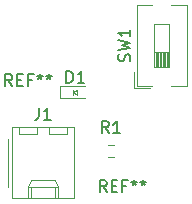
<source format=gbr>
%TF.GenerationSoftware,KiCad,Pcbnew,7.0.7*%
%TF.CreationDate,2023-09-06T19:43:05-05:00*%
%TF.ProjectId,HW1,4857312e-6b69-4636-9164-5f7063625858,1.0*%
%TF.SameCoordinates,Original*%
%TF.FileFunction,Legend,Top*%
%TF.FilePolarity,Positive*%
%FSLAX46Y46*%
G04 Gerber Fmt 4.6, Leading zero omitted, Abs format (unit mm)*
G04 Created by KiCad (PCBNEW 7.0.7) date 2023-09-06 19:43:05*
%MOMM*%
%LPD*%
G01*
G04 APERTURE LIST*
%ADD10C,0.150000*%
%ADD11C,0.120000*%
%ADD12C,0.100000*%
G04 APERTURE END LIST*
D10*
X131666666Y-99454819D02*
X131333333Y-98978628D01*
X131095238Y-99454819D02*
X131095238Y-98454819D01*
X131095238Y-98454819D02*
X131476190Y-98454819D01*
X131476190Y-98454819D02*
X131571428Y-98502438D01*
X131571428Y-98502438D02*
X131619047Y-98550057D01*
X131619047Y-98550057D02*
X131666666Y-98645295D01*
X131666666Y-98645295D02*
X131666666Y-98788152D01*
X131666666Y-98788152D02*
X131619047Y-98883390D01*
X131619047Y-98883390D02*
X131571428Y-98931009D01*
X131571428Y-98931009D02*
X131476190Y-98978628D01*
X131476190Y-98978628D02*
X131095238Y-98978628D01*
X132095238Y-98931009D02*
X132428571Y-98931009D01*
X132571428Y-99454819D02*
X132095238Y-99454819D01*
X132095238Y-99454819D02*
X132095238Y-98454819D01*
X132095238Y-98454819D02*
X132571428Y-98454819D01*
X133333333Y-98931009D02*
X133000000Y-98931009D01*
X133000000Y-99454819D02*
X133000000Y-98454819D01*
X133000000Y-98454819D02*
X133476190Y-98454819D01*
X134000000Y-98454819D02*
X134000000Y-98692914D01*
X133761905Y-98597676D02*
X134000000Y-98692914D01*
X134000000Y-98692914D02*
X134238095Y-98597676D01*
X133857143Y-98883390D02*
X134000000Y-98692914D01*
X134000000Y-98692914D02*
X134142857Y-98883390D01*
X134761905Y-98454819D02*
X134761905Y-98692914D01*
X134523810Y-98597676D02*
X134761905Y-98692914D01*
X134761905Y-98692914D02*
X135000000Y-98597676D01*
X134619048Y-98883390D02*
X134761905Y-98692914D01*
X134761905Y-98692914D02*
X134904762Y-98883390D01*
X139666666Y-108454819D02*
X139333333Y-107978628D01*
X139095238Y-108454819D02*
X139095238Y-107454819D01*
X139095238Y-107454819D02*
X139476190Y-107454819D01*
X139476190Y-107454819D02*
X139571428Y-107502438D01*
X139571428Y-107502438D02*
X139619047Y-107550057D01*
X139619047Y-107550057D02*
X139666666Y-107645295D01*
X139666666Y-107645295D02*
X139666666Y-107788152D01*
X139666666Y-107788152D02*
X139619047Y-107883390D01*
X139619047Y-107883390D02*
X139571428Y-107931009D01*
X139571428Y-107931009D02*
X139476190Y-107978628D01*
X139476190Y-107978628D02*
X139095238Y-107978628D01*
X140095238Y-107931009D02*
X140428571Y-107931009D01*
X140571428Y-108454819D02*
X140095238Y-108454819D01*
X140095238Y-108454819D02*
X140095238Y-107454819D01*
X140095238Y-107454819D02*
X140571428Y-107454819D01*
X141333333Y-107931009D02*
X141000000Y-107931009D01*
X141000000Y-108454819D02*
X141000000Y-107454819D01*
X141000000Y-107454819D02*
X141476190Y-107454819D01*
X142000000Y-107454819D02*
X142000000Y-107692914D01*
X141761905Y-107597676D02*
X142000000Y-107692914D01*
X142000000Y-107692914D02*
X142238095Y-107597676D01*
X141857143Y-107883390D02*
X142000000Y-107692914D01*
X142000000Y-107692914D02*
X142142857Y-107883390D01*
X142761905Y-107454819D02*
X142761905Y-107692914D01*
X142523810Y-107597676D02*
X142761905Y-107692914D01*
X142761905Y-107692914D02*
X143000000Y-107597676D01*
X142619048Y-107883390D02*
X142761905Y-107692914D01*
X142761905Y-107692914D02*
X142904762Y-107883390D01*
X141617200Y-97363332D02*
X141664819Y-97220475D01*
X141664819Y-97220475D02*
X141664819Y-96982380D01*
X141664819Y-96982380D02*
X141617200Y-96887142D01*
X141617200Y-96887142D02*
X141569580Y-96839523D01*
X141569580Y-96839523D02*
X141474342Y-96791904D01*
X141474342Y-96791904D02*
X141379104Y-96791904D01*
X141379104Y-96791904D02*
X141283866Y-96839523D01*
X141283866Y-96839523D02*
X141236247Y-96887142D01*
X141236247Y-96887142D02*
X141188628Y-96982380D01*
X141188628Y-96982380D02*
X141141009Y-97172856D01*
X141141009Y-97172856D02*
X141093390Y-97268094D01*
X141093390Y-97268094D02*
X141045771Y-97315713D01*
X141045771Y-97315713D02*
X140950533Y-97363332D01*
X140950533Y-97363332D02*
X140855295Y-97363332D01*
X140855295Y-97363332D02*
X140760057Y-97315713D01*
X140760057Y-97315713D02*
X140712438Y-97268094D01*
X140712438Y-97268094D02*
X140664819Y-97172856D01*
X140664819Y-97172856D02*
X140664819Y-96934761D01*
X140664819Y-96934761D02*
X140712438Y-96791904D01*
X140664819Y-96458570D02*
X141664819Y-96220475D01*
X141664819Y-96220475D02*
X140950533Y-96029999D01*
X140950533Y-96029999D02*
X141664819Y-95839523D01*
X141664819Y-95839523D02*
X140664819Y-95601428D01*
X141664819Y-94696666D02*
X141664819Y-95268094D01*
X141664819Y-94982380D02*
X140664819Y-94982380D01*
X140664819Y-94982380D02*
X140807676Y-95077618D01*
X140807676Y-95077618D02*
X140902914Y-95172856D01*
X140902914Y-95172856D02*
X140950533Y-95268094D01*
X139833333Y-103454819D02*
X139500000Y-102978628D01*
X139261905Y-103454819D02*
X139261905Y-102454819D01*
X139261905Y-102454819D02*
X139642857Y-102454819D01*
X139642857Y-102454819D02*
X139738095Y-102502438D01*
X139738095Y-102502438D02*
X139785714Y-102550057D01*
X139785714Y-102550057D02*
X139833333Y-102645295D01*
X139833333Y-102645295D02*
X139833333Y-102788152D01*
X139833333Y-102788152D02*
X139785714Y-102883390D01*
X139785714Y-102883390D02*
X139738095Y-102931009D01*
X139738095Y-102931009D02*
X139642857Y-102978628D01*
X139642857Y-102978628D02*
X139261905Y-102978628D01*
X140785714Y-103454819D02*
X140214286Y-103454819D01*
X140500000Y-103454819D02*
X140500000Y-102454819D01*
X140500000Y-102454819D02*
X140404762Y-102597676D01*
X140404762Y-102597676D02*
X140309524Y-102692914D01*
X140309524Y-102692914D02*
X140214286Y-102740533D01*
X133936666Y-101334819D02*
X133936666Y-102049104D01*
X133936666Y-102049104D02*
X133889047Y-102191961D01*
X133889047Y-102191961D02*
X133793809Y-102287200D01*
X133793809Y-102287200D02*
X133650952Y-102334819D01*
X133650952Y-102334819D02*
X133555714Y-102334819D01*
X134936666Y-102334819D02*
X134365238Y-102334819D01*
X134650952Y-102334819D02*
X134650952Y-101334819D01*
X134650952Y-101334819D02*
X134555714Y-101477676D01*
X134555714Y-101477676D02*
X134460476Y-101572914D01*
X134460476Y-101572914D02*
X134365238Y-101620533D01*
X136261905Y-99204819D02*
X136261905Y-98204819D01*
X136261905Y-98204819D02*
X136500000Y-98204819D01*
X136500000Y-98204819D02*
X136642857Y-98252438D01*
X136642857Y-98252438D02*
X136738095Y-98347676D01*
X136738095Y-98347676D02*
X136785714Y-98442914D01*
X136785714Y-98442914D02*
X136833333Y-98633390D01*
X136833333Y-98633390D02*
X136833333Y-98776247D01*
X136833333Y-98776247D02*
X136785714Y-98966723D01*
X136785714Y-98966723D02*
X136738095Y-99061961D01*
X136738095Y-99061961D02*
X136642857Y-99157200D01*
X136642857Y-99157200D02*
X136500000Y-99204819D01*
X136500000Y-99204819D02*
X136261905Y-99204819D01*
X137785714Y-99204819D02*
X137214286Y-99204819D01*
X137500000Y-99204819D02*
X137500000Y-98204819D01*
X137500000Y-98204819D02*
X137404762Y-98347676D01*
X137404762Y-98347676D02*
X137309524Y-98442914D01*
X137309524Y-98442914D02*
X137214286Y-98490533D01*
D11*
%TO.C,SW1*%
X145120000Y-99440000D02*
X146430000Y-99440000D01*
X144885000Y-97840000D02*
X144885000Y-96633333D01*
X141970000Y-99680000D02*
X141970000Y-98297000D01*
X144525000Y-97840000D02*
X144525000Y-96633333D01*
X144165000Y-97840000D02*
X144165000Y-96633333D01*
X144955000Y-97840000D02*
X144955000Y-94220000D01*
X143685000Y-97840000D02*
X144955000Y-97840000D01*
X144045000Y-97840000D02*
X144045000Y-96633333D01*
X142210000Y-99440000D02*
X142210000Y-92620000D01*
X144285000Y-97840000D02*
X144285000Y-96633333D01*
X143925000Y-97840000D02*
X143925000Y-96633333D01*
X144645000Y-97840000D02*
X144645000Y-96633333D01*
X141970000Y-99680000D02*
X143353000Y-99680000D01*
X142210000Y-99440000D02*
X143520000Y-99440000D01*
X142210000Y-92620000D02*
X143520000Y-92620000D01*
X143805000Y-97840000D02*
X143805000Y-96633333D01*
X144405000Y-97840000D02*
X144405000Y-96633333D01*
X143685000Y-96633333D02*
X144955000Y-96633333D01*
X144955000Y-94220000D02*
X143685000Y-94220000D01*
X146430000Y-99440000D02*
X146430000Y-92620000D01*
X143685000Y-94220000D02*
X143685000Y-97840000D01*
X144765000Y-97840000D02*
X144765000Y-96633333D01*
X145120000Y-92620000D02*
X146430000Y-92620000D01*
%TO.C,R1*%
X140254724Y-105522500D02*
X139745276Y-105522500D01*
X140254724Y-104477500D02*
X139745276Y-104477500D01*
%TO.C,J1*%
X131620000Y-108990000D02*
X136920000Y-108990000D01*
X133800000Y-103570000D02*
X133800000Y-102970000D01*
X131330000Y-104000000D02*
X131330000Y-108000000D01*
X131620000Y-102970000D02*
X131620000Y-108990000D01*
X134740000Y-102970000D02*
X134740000Y-103570000D01*
X135540000Y-107990000D02*
X135540000Y-108990000D01*
X135290000Y-108990000D02*
X135290000Y-107990000D01*
X132200000Y-103570000D02*
X133800000Y-103570000D01*
X134740000Y-103570000D02*
X136340000Y-103570000D01*
X135290000Y-107460000D02*
X135540000Y-107990000D01*
X133000000Y-107990000D02*
X135540000Y-107990000D01*
X133000000Y-108990000D02*
X133000000Y-107990000D01*
X133250000Y-108990000D02*
X133250000Y-107990000D01*
X133000000Y-107990000D02*
X133250000Y-107460000D01*
X136920000Y-102970000D02*
X131620000Y-102970000D01*
X132200000Y-102970000D02*
X132200000Y-103570000D01*
X136920000Y-108990000D02*
X136920000Y-102970000D01*
X136340000Y-103570000D02*
X136340000Y-102970000D01*
X133250000Y-107460000D02*
X135290000Y-107460000D01*
%TO.C,D1*%
X135700000Y-99500000D02*
X137800000Y-99500000D01*
X135700000Y-100500000D02*
X137800000Y-100500000D01*
D12*
X137150000Y-99800000D02*
X137150000Y-100200000D01*
X137150000Y-100200000D02*
X136850000Y-100000000D01*
X136850000Y-100000000D02*
X137150000Y-99800000D01*
X136800000Y-99800000D02*
X136800000Y-100200000D01*
D11*
X135700000Y-99500000D02*
X135700000Y-100500000D01*
%TD*%
M02*

</source>
